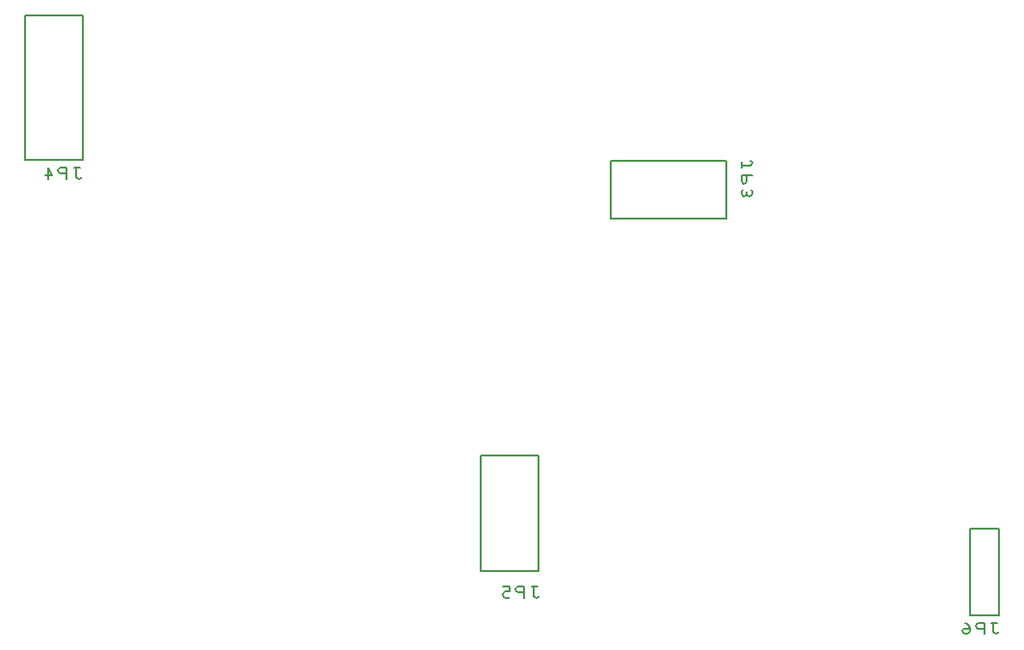
<source format=gbr>
%FSLAX35Y35*%
%MOIN*%
G04 EasyPC Gerber Version 18.0.8 Build 3632 *
%ADD10C,0.00500*%
X0Y0D02*
D02*
D10*
X113325Y305927D02*
X113012Y305614D01*
X112387Y305302*
X111762Y305614*
X111450Y305927*
Y309052*
X110825*
X111450D02*
X112700D01*
X108325Y305302D02*
Y309052D01*
X106137*
X105512Y308739*
X105200Y308114*
X105512Y307489*
X106137Y307177*
X108325*
X101762Y305302D02*
Y309052D01*
X103325Y306552*
X100825*
X113856Y311785D02*
Y361785D01*
X93856*
Y311785*
X113856*
X271652Y160946D02*
X271339Y160634D01*
X270714Y160321*
X270089Y160634*
X269776Y160946*
Y164071*
X269152*
X269776D02*
X271026D01*
X266652Y160321D02*
Y164071D01*
X264464*
X263839Y163759*
X263526Y163134*
X263839Y162509*
X264464Y162196*
X266652*
X261652Y160634D02*
X261026Y160321D01*
X260089*
X259464Y160634*
X259152Y161259*
Y161571*
X259464Y162196*
X260089Y162509*
X261652*
Y164071*
X259152*
X271652Y169384D02*
Y209384D01*
X251652*
Y169384*
X271652*
X336376Y311667D02*
X296376D01*
Y291667*
X336376*
Y311667*
X344813D02*
X345126Y311355D01*
X345439Y310730*
X345126Y310105*
X344813Y309792*
X341689*
Y309167*
Y309792D02*
Y311042D01*
X345439Y306667D02*
X341689D01*
Y304480*
X342001Y303855*
X342626Y303542*
X343251Y303855*
X343563Y304480*
Y306667*
X345126Y301355D02*
X345439Y300730D01*
Y300105*
X345126Y299480*
X344501Y299167*
X343876Y299480*
X343563Y300105*
Y300730*
Y300105D02*
X343251Y299480D01*
X342626Y299167*
X342001Y299480*
X341689Y300105*
Y300730*
X342001Y301355*
X430825Y148427D02*
X430512Y148114D01*
X429887Y147802*
X429262Y148114*
X428950Y148427*
Y151552*
X428325*
X428950D02*
X430200D01*
X425825Y147802D02*
Y151552D01*
X423637*
X423012Y151239*
X422700Y150614*
X423012Y149989*
X423637Y149677*
X425825*
X420825Y148739D02*
X420512Y149364D01*
X419887Y149677*
X419262*
X418637Y149364*
X418325Y148739*
X418637Y148114*
X419262Y147802*
X419887*
X420512Y148114*
X420825Y148739*
Y149677*
X420512Y150614*
X419887Y151239*
X419262Y151552*
X430982Y154187D02*
Y184187D01*
X420982*
Y154187*
X430982*
X0Y0D02*
M02*

</source>
